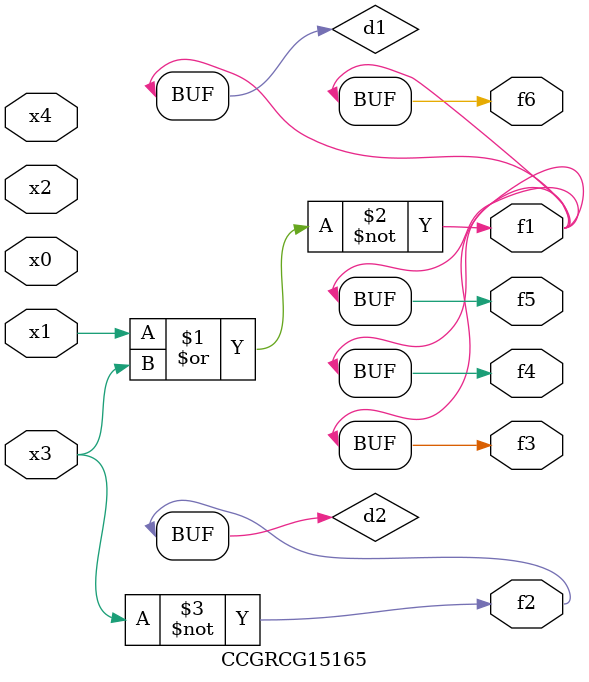
<source format=v>
module CCGRCG15165(
	input x0, x1, x2, x3, x4,
	output f1, f2, f3, f4, f5, f6
);

	wire d1, d2;

	nor (d1, x1, x3);
	not (d2, x3);
	assign f1 = d1;
	assign f2 = d2;
	assign f3 = d1;
	assign f4 = d1;
	assign f5 = d1;
	assign f6 = d1;
endmodule

</source>
